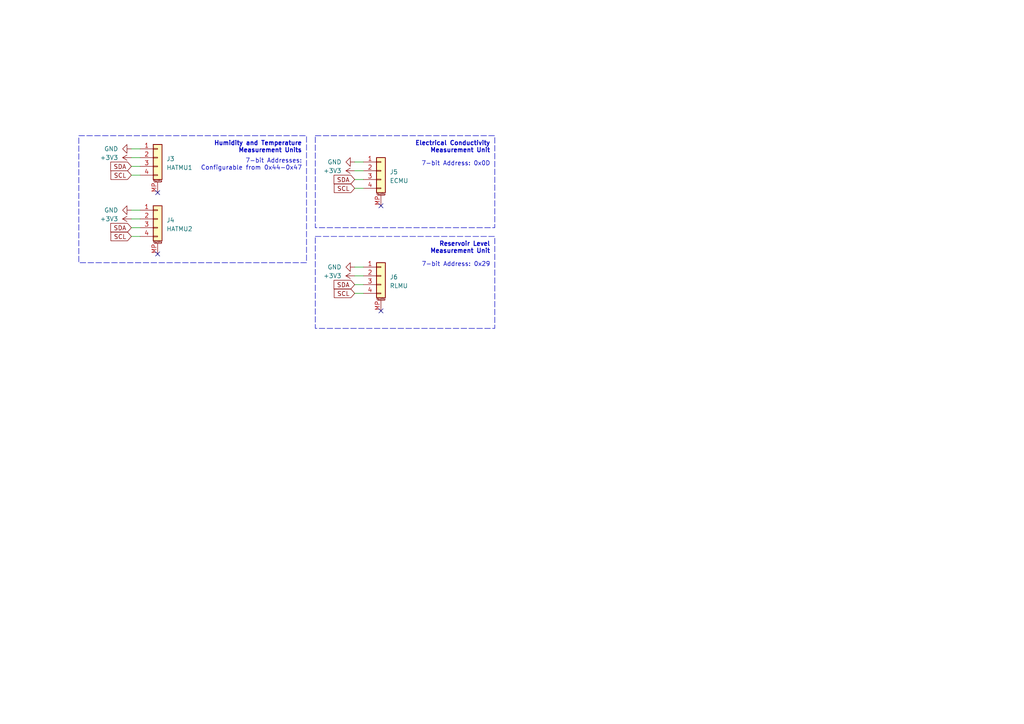
<source format=kicad_sch>
(kicad_sch (version 20231120) (generator "eeschema") (generator_version "8.0")
  (paper "A4")
  (lib_symbols
    (symbol "Connector_Generic_MountingPin:Conn_01x04_MountingPin" (pin_names (offset 1.016) hide)
      (property "Reference" "J" (at 0 5.08 0))
      (property "Value" "Conn_01x04_MountingPin" (at 1.27 -7.62 0))
      (symbol "Conn_01x04_MountingPin_1_1"
        (rectangle (start -1.27 -4.953) (end 0 -5.207) (stroke (width 0.1524)))
        (rectangle (start -1.27 -2.413) (end 0 -2.667) (stroke (width 0.1524)))
        (rectangle (start -1.27 0.127) (end 0 -0.127) (stroke (width 0.1524)))
        (rectangle (start -1.27 2.667) (end 0 2.413) (stroke (width 0.1524)))
        (rectangle (start -1.27 3.81) (end 1.27 -6.35) (stroke (width 0.254)) (fill (type background)))
        (polyline (pts (xy -1.016 -7.112) (xy 1.016 -7.112)) (stroke (width 0.1524)))
        (text "Mounting" (at 0 -6.731 0) (effects (font (size 0.381 0.381))))
        (pin passive line (at -5.08 2.54 0) (length 3.81) (name "Pin_1") (number "1"))
        (pin passive line (at -5.08 0 0) (length 3.81) (name "Pin_2") (number "2"))
        (pin passive line (at -5.08 -2.54 0) (length 3.81) (name "Pin_3") (number "3"))
        (pin passive line (at -5.08 -5.08 0) (length 3.81) (name "Pin_4") (number "4"))
        (pin passive line (at 0 -10.16 90) (length 3.048) (name "MountPin") (number "MP"))
      )
    )
    (symbol "power:+3V3" (power) (pin_names (offset 0))
      (property "Value" "+3V3" (at 0 3.556 0))
      (symbol "+3V3_0_1"
        (polyline (pts (xy -0.762 1.27) (xy 0 2.54)))
        (polyline (pts (xy 0 0) (xy 0 2.54)))
        (polyline (pts (xy 0 2.54) (xy 0.762 1.27)))
      )
      (symbol "+3V3_1_1"
        (pin power_in line (at 0 0 90) (length 0) hide (name "+3V3") (number "1"))
      )
    )
    (symbol "power:GND" (power) (pin_names (offset 0))
      (property "Value" "GND" (at 0 -3.81 0))
      (symbol "GND_0_1"
        (polyline (pts (xy 0 0) (xy 0 -1.27) (xy 1.27 -1.27) (xy 0 -2.54) (xy -1.27 -1.27) (xy 0 -1.27)))
      )
      (symbol "GND_1_1"
        (pin power_in line (at 0 0 270) (length 0) hide (name "GND") (number "1"))
      )
    )
  )
  (no_connect (at 110.49 59.69))
  (no_connect (at 45.72 55.88))
  (no_connect (at 110.49 90.17))
  (no_connect (at 45.72 73.66))
  (wire (pts (xy 38.1 66.04) (xy 40.64 66.04)))
  (wire (pts (xy 102.87 52.07) (xy 105.41 52.07)))
  (wire (pts (xy 102.87 80.01) (xy 105.41 80.01)))
  (wire (pts (xy 102.87 82.55) (xy 105.41 82.55)))
  (wire (pts (xy 38.1 50.8) (xy 40.64 50.8)))
  (wire (pts (xy 38.1 63.5) (xy 40.64 63.5)))
  (wire (pts (xy 102.87 54.61) (xy 105.41 54.61)))
  (wire (pts (xy 38.1 68.58) (xy 40.64 68.58)))
  (wire (pts (xy 102.87 49.53) (xy 105.41 49.53)))
  (wire (pts (xy 102.87 85.09) (xy 105.41 85.09)))
  (wire (pts (xy 38.1 45.72) (xy 40.64 45.72)))
  (wire (pts (xy 38.1 43.18) (xy 40.64 43.18)))
  (wire (pts (xy 38.1 60.96) (xy 40.64 60.96)))
  (wire (pts (xy 102.87 46.99) (xy 105.41 46.99)))
  (wire (pts (xy 102.87 77.47) (xy 105.41 77.47)))
  (wire (pts (xy 38.1 48.26) (xy 40.64 48.26)))
  (rectangle (start 91.44 68.58) (end 143.51 95.25) (stroke (width 0) (type dash)))
  (rectangle (start 22.86 39.37) (end 88.9 76.2) (stroke (width 0) (type dash)))
  (rectangle (start 91.44 39.37) (end 143.51 66.04) (stroke (width 0) (type dash)))
  (text "Reservoir Level\nMeasurement Unit" (at 142.24 73.66 0) (effects (font (size 1.27 1.27) (thickness 0.254) (bold yes)) (justify right bottom)))
  (text "7-bit Addresses:\nConfigurable from 0x44-0x47" (at 87.63 49.53 0) (effects (font (size 1.27 1.27)) (justify right bottom)))
  (text "Electrical Conductivity\nMeasurement Unit" (at 142.24 44.45 0) (effects (font (size 1.27 1.27) (thickness 0.254) (bold yes)) (justify right bottom)))
  (text "Humidity and Temperature\nMeasurement Units" (at 87.63 44.45 0) (effects (font (size 1.27 1.27) (thickness 0.254) (bold yes)) (justify right bottom)))
  (text "7-bit Address: 0x29" (at 142.24 77.47 0) (effects (font (size 1.27 1.27)) (justify right bottom)))
  (text "7-bit Address: 0x0D" (at 142.24 48.26 0) (effects (font (size 1.27 1.27)) (justify right bottom)))
  (global_label "SCL" (shape input) (at 102.87 85.09 180) (property "Intersheetrefs" "${INTERSHEET_REFS}" (effects (hide yes))))
  (global_label "SDA" (shape input) (at 102.87 52.07 180) (property "Intersheetrefs" "${INTERSHEET_REFS}" (effects (hide yes))))
  (global_label "SCL" (shape input) (at 38.1 50.8 180) (property "Intersheetrefs" "${INTERSHEET_REFS}" (effects (hide yes))))
  (global_label "SDA" (shape input) (at 38.1 48.26 180) (property "Intersheetrefs" "${INTERSHEET_REFS}" (effects (hide yes))))
  (global_label "SDA" (shape input) (at 38.1 66.04 180) (property "Intersheetrefs" "${INTERSHEET_REFS}" (effects (hide yes))))
  (global_label "SCL" (shape input) (at 38.1 68.58 180) (property "Intersheetrefs" "${INTERSHEET_REFS}" (effects (hide yes))))
  (global_label "SDA" (shape input) (at 102.87 82.55 180) (property "Intersheetrefs" "${INTERSHEET_REFS}" (effects (hide yes))))
  (global_label "SCL" (shape input) (at 102.87 54.61 180) (property "Intersheetrefs" "${INTERSHEET_REFS}" (effects (hide yes))))
  (symbol (lib_id "power:+3V3") (at 38.1 63.5 90) (unit 1)
    (property "Reference" "#PWR035" (effects (hide yes)))
    (property "Value" "+3V3" (at 34.29 63.5 90) (effects (justify left)))
  )
  (symbol (lib_id "Connector_Generic_MountingPin:Conn_01x04_MountingPin") (at 110.49 49.53 0) (unit 1)
    (property "Reference" "J5" (at 113.03 49.8856 0) (effects (justify left)))
    (property "Value" "ECMU" (at 113.03 52.4256 0) (effects (justify left)))
    (property "Footprint" "Connector_JST:JST_SH_SM04B-SRSS-TB_1x04-1MP_P1.00mm_Horizontal" (effects (hide yes)))
  )
  (symbol (lib_id "power:+3V3") (at 102.87 80.01 90) (unit 1)
    (property "Reference" "#PWR039" (effects (hide yes)))
    (property "Value" "+3V3" (at 99.06 80.01 90) (effects (justify left)))
  )
  (symbol (lib_id "power:GND") (at 102.87 77.47 270) (unit 1)
    (property "Reference" "#PWR038" (effects (hide yes)))
    (property "Value" "GND" (at 99.06 77.47 90) (effects (justify right)))
  )
  (symbol (lib_id "power:+3V3") (at 102.87 49.53 90) (unit 1)
    (property "Reference" "#PWR037" (effects (hide yes)))
    (property "Value" "+3V3" (at 99.06 49.53 90) (effects (justify left)))
  )
  (symbol (lib_id "power:GND") (at 38.1 60.96 270) (unit 1)
    (property "Reference" "#PWR034" (effects (hide yes)))
    (property "Value" "GND" (at 34.29 60.96 90) (effects (justify right)))
  )
  (symbol (lib_id "Connector_Generic_MountingPin:Conn_01x04_MountingPin") (at 45.72 45.72 0) (unit 1)
    (property "Reference" "J3" (at 48.26 46.0756 0) (effects (justify left)))
    (property "Value" "HATMU1" (at 48.26 48.6156 0) (effects (justify left)))
    (property "Footprint" "Connector_JST:JST_SH_SM04B-SRSS-TB_1x04-1MP_P1.00mm_Horizontal" (effects (hide yes)))
  )
  (symbol (lib_id "Connector_Generic_MountingPin:Conn_01x04_MountingPin") (at 110.49 80.01 0) (unit 1)
    (property "Reference" "J6" (at 113.03 80.3656 0) (effects (justify left)))
    (property "Value" "RLMU" (at 113.03 82.9056 0) (effects (justify left)))
    (property "Footprint" "Connector_JST:JST_SH_SM04B-SRSS-TB_1x04-1MP_P1.00mm_Horizontal" (effects (hide yes)))
  )
  (symbol (lib_id "Connector_Generic_MountingPin:Conn_01x04_MountingPin") (at 45.72 63.5 0) (unit 1)
    (property "Reference" "J4" (at 48.26 63.8556 0) (effects (justify left)))
    (property "Value" "HATMU2" (at 48.26 66.3956 0) (effects (justify left)))
    (property "Footprint" "Connector_JST:JST_SH_SM04B-SRSS-TB_1x04-1MP_P1.00mm_Horizontal" (effects (hide yes)))
  )
  (symbol (lib_id "power:+3V3") (at 38.1 45.72 90) (unit 1)
    (property "Reference" "#PWR033" (effects (hide yes)))
    (property "Value" "+3V3" (at 34.29 45.72 90) (effects (justify left)))
  )
  (symbol (lib_id "power:GND") (at 102.87 46.99 270) (unit 1)
    (property "Reference" "#PWR036" (effects (hide yes)))
    (property "Value" "GND" (at 99.06 46.99 90) (effects (justify right)))
  )
  (symbol (lib_id "power:GND") (at 38.1 43.18 270) (unit 1)
    (property "Reference" "#PWR032" (effects (hide yes)))
    (property "Value" "GND" (at 34.29 43.18 90) (effects (justify right)))
  )
)
</source>
